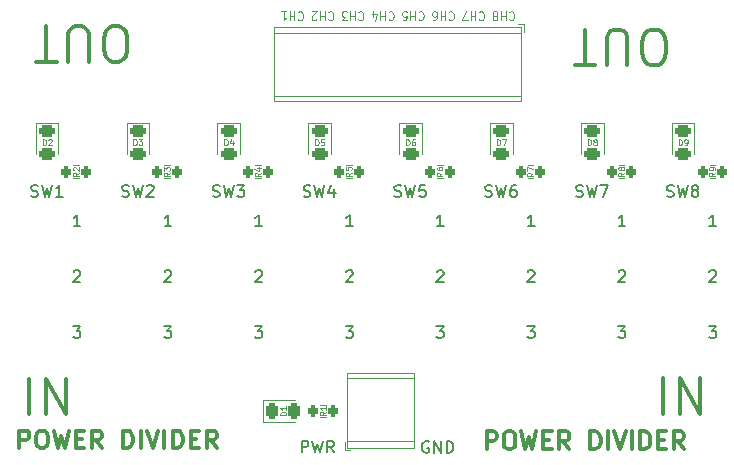
<source format=gto>
G04 #@! TF.GenerationSoftware,KiCad,Pcbnew,(6.0.7)*
G04 #@! TF.CreationDate,2023-06-27T12:53:43-07:00*
G04 #@! TF.ProjectId,Power Supply Board Ground Systems,506f7765-7220-4537-9570-706c7920426f,rev?*
G04 #@! TF.SameCoordinates,Original*
G04 #@! TF.FileFunction,Legend,Top*
G04 #@! TF.FilePolarity,Positive*
%FSLAX46Y46*%
G04 Gerber Fmt 4.6, Leading zero omitted, Abs format (unit mm)*
G04 Created by KiCad (PCBNEW (6.0.7)) date 2023-06-27 12:53:43*
%MOMM*%
%LPD*%
G01*
G04 APERTURE LIST*
G04 Aperture macros list*
%AMRoundRect*
0 Rectangle with rounded corners*
0 $1 Rounding radius*
0 $2 $3 $4 $5 $6 $7 $8 $9 X,Y pos of 4 corners*
0 Add a 4 corners polygon primitive as box body*
4,1,4,$2,$3,$4,$5,$6,$7,$8,$9,$2,$3,0*
0 Add four circle primitives for the rounded corners*
1,1,$1+$1,$2,$3*
1,1,$1+$1,$4,$5*
1,1,$1+$1,$6,$7*
1,1,$1+$1,$8,$9*
0 Add four rect primitives between the rounded corners*
20,1,$1+$1,$2,$3,$4,$5,0*
20,1,$1+$1,$4,$5,$6,$7,0*
20,1,$1+$1,$6,$7,$8,$9,0*
20,1,$1+$1,$8,$9,$2,$3,0*%
G04 Aperture macros list end*
%ADD10C,0.100000*%
%ADD11C,0.300000*%
%ADD12C,0.150000*%
%ADD13C,0.125000*%
%ADD14C,0.120000*%
%ADD15R,3.000000X3.000000*%
%ADD16RoundRect,0.243750X-0.456250X0.243750X-0.456250X-0.243750X0.456250X-0.243750X0.456250X0.243750X0*%
%ADD17RoundRect,0.200000X-0.200000X-0.275000X0.200000X-0.275000X0.200000X0.275000X-0.200000X0.275000X0*%
%ADD18C,3.600000*%
%ADD19C,6.400000*%
%ADD20R,2.200000X2.200000*%
%ADD21C,2.200000*%
%ADD22RoundRect,0.243750X-0.243750X-0.456250X0.243750X-0.456250X0.243750X0.456250X-0.243750X0.456250X0*%
G04 APERTURE END LIST*
D10*
X60658333Y-25807142D02*
X60691666Y-25771428D01*
X60791666Y-25735714D01*
X60858333Y-25735714D01*
X60958333Y-25771428D01*
X61025000Y-25842857D01*
X61058333Y-25914285D01*
X61091666Y-26057142D01*
X61091666Y-26164285D01*
X61058333Y-26307142D01*
X61025000Y-26378571D01*
X60958333Y-26450000D01*
X60858333Y-26485714D01*
X60791666Y-26485714D01*
X60691666Y-26450000D01*
X60658333Y-26414285D01*
X60358333Y-25735714D02*
X60358333Y-26485714D01*
X60358333Y-26128571D02*
X59958333Y-26128571D01*
X59958333Y-25735714D02*
X59958333Y-26485714D01*
X59658333Y-26414285D02*
X59625000Y-26450000D01*
X59558333Y-26485714D01*
X59391666Y-26485714D01*
X59325000Y-26450000D01*
X59291666Y-26414285D01*
X59258333Y-26342857D01*
X59258333Y-26271428D01*
X59291666Y-26164285D01*
X59691666Y-25735714D01*
X59258333Y-25735714D01*
X58104762Y-25807142D02*
X58138095Y-25771428D01*
X58238095Y-25735714D01*
X58304762Y-25735714D01*
X58404762Y-25771428D01*
X58471429Y-25842857D01*
X58504762Y-25914285D01*
X58538095Y-26057142D01*
X58538095Y-26164285D01*
X58504762Y-26307142D01*
X58471429Y-26378571D01*
X58404762Y-26450000D01*
X58304762Y-26485714D01*
X58238095Y-26485714D01*
X58138095Y-26450000D01*
X58104762Y-26414285D01*
X57804762Y-25735714D02*
X57804762Y-26485714D01*
X57804762Y-26128571D02*
X57404762Y-26128571D01*
X57404762Y-25735714D02*
X57404762Y-26485714D01*
X56704762Y-25735714D02*
X57104762Y-25735714D01*
X56904762Y-25735714D02*
X56904762Y-26485714D01*
X56971429Y-26378571D01*
X57038095Y-26307142D01*
X57104762Y-26271428D01*
X65765475Y-25807142D02*
X65798808Y-25771428D01*
X65898808Y-25735714D01*
X65965475Y-25735714D01*
X66065475Y-25771428D01*
X66132142Y-25842857D01*
X66165475Y-25914285D01*
X66198808Y-26057142D01*
X66198808Y-26164285D01*
X66165475Y-26307142D01*
X66132142Y-26378571D01*
X66065475Y-26450000D01*
X65965475Y-26485714D01*
X65898808Y-26485714D01*
X65798808Y-26450000D01*
X65765475Y-26414285D01*
X65465475Y-25735714D02*
X65465475Y-26485714D01*
X65465475Y-26128571D02*
X65065475Y-26128571D01*
X65065475Y-25735714D02*
X65065475Y-26485714D01*
X64432142Y-26235714D02*
X64432142Y-25735714D01*
X64598808Y-26521428D02*
X64765475Y-25985714D01*
X64332142Y-25985714D01*
X63211904Y-25807142D02*
X63245237Y-25771428D01*
X63345237Y-25735714D01*
X63411904Y-25735714D01*
X63511904Y-25771428D01*
X63578571Y-25842857D01*
X63611904Y-25914285D01*
X63645237Y-26057142D01*
X63645237Y-26164285D01*
X63611904Y-26307142D01*
X63578571Y-26378571D01*
X63511904Y-26450000D01*
X63411904Y-26485714D01*
X63345237Y-26485714D01*
X63245237Y-26450000D01*
X63211904Y-26414285D01*
X62911904Y-25735714D02*
X62911904Y-26485714D01*
X62911904Y-26128571D02*
X62511904Y-26128571D01*
X62511904Y-25735714D02*
X62511904Y-26485714D01*
X62245237Y-26485714D02*
X61811904Y-26485714D01*
X62045237Y-26200000D01*
X61945237Y-26200000D01*
X61878571Y-26164285D01*
X61845237Y-26128571D01*
X61811904Y-26057142D01*
X61811904Y-25878571D01*
X61845237Y-25807142D01*
X61878571Y-25771428D01*
X61945237Y-25735714D01*
X62145237Y-25735714D01*
X62211904Y-25771428D01*
X62245237Y-25807142D01*
X70872617Y-25807142D02*
X70905950Y-25771428D01*
X71005950Y-25735714D01*
X71072617Y-25735714D01*
X71172617Y-25771428D01*
X71239284Y-25842857D01*
X71272617Y-25914285D01*
X71305950Y-26057142D01*
X71305950Y-26164285D01*
X71272617Y-26307142D01*
X71239284Y-26378571D01*
X71172617Y-26450000D01*
X71072617Y-26485714D01*
X71005950Y-26485714D01*
X70905950Y-26450000D01*
X70872617Y-26414285D01*
X70572617Y-25735714D02*
X70572617Y-26485714D01*
X70572617Y-26128571D02*
X70172617Y-26128571D01*
X70172617Y-25735714D02*
X70172617Y-26485714D01*
X69539284Y-26485714D02*
X69672617Y-26485714D01*
X69739284Y-26450000D01*
X69772617Y-26414285D01*
X69839284Y-26307142D01*
X69872617Y-26164285D01*
X69872617Y-25878571D01*
X69839284Y-25807142D01*
X69805950Y-25771428D01*
X69739284Y-25735714D01*
X69605950Y-25735714D01*
X69539284Y-25771428D01*
X69505950Y-25807142D01*
X69472617Y-25878571D01*
X69472617Y-26057142D01*
X69505950Y-26128571D01*
X69539284Y-26164285D01*
X69605950Y-26200000D01*
X69739284Y-26200000D01*
X69805950Y-26164285D01*
X69839284Y-26128571D01*
X69872617Y-26057142D01*
X68319046Y-25807142D02*
X68352379Y-25771428D01*
X68452379Y-25735714D01*
X68519046Y-25735714D01*
X68619046Y-25771428D01*
X68685713Y-25842857D01*
X68719046Y-25914285D01*
X68752379Y-26057142D01*
X68752379Y-26164285D01*
X68719046Y-26307142D01*
X68685713Y-26378571D01*
X68619046Y-26450000D01*
X68519046Y-26485714D01*
X68452379Y-26485714D01*
X68352379Y-26450000D01*
X68319046Y-26414285D01*
X68019046Y-25735714D02*
X68019046Y-26485714D01*
X68019046Y-26128571D02*
X67619046Y-26128571D01*
X67619046Y-25735714D02*
X67619046Y-26485714D01*
X66952379Y-26485714D02*
X67285713Y-26485714D01*
X67319046Y-26128571D01*
X67285713Y-26164285D01*
X67219046Y-26200000D01*
X67052379Y-26200000D01*
X66985713Y-26164285D01*
X66952379Y-26128571D01*
X66919046Y-26057142D01*
X66919046Y-25878571D01*
X66952379Y-25807142D01*
X66985713Y-25771428D01*
X67052379Y-25735714D01*
X67219046Y-25735714D01*
X67285713Y-25771428D01*
X67319046Y-25807142D01*
X73426188Y-25807142D02*
X73459521Y-25771428D01*
X73559521Y-25735714D01*
X73626188Y-25735714D01*
X73726188Y-25771428D01*
X73792855Y-25842857D01*
X73826188Y-25914285D01*
X73859521Y-26057142D01*
X73859521Y-26164285D01*
X73826188Y-26307142D01*
X73792855Y-26378571D01*
X73726188Y-26450000D01*
X73626188Y-26485714D01*
X73559521Y-26485714D01*
X73459521Y-26450000D01*
X73426188Y-26414285D01*
X73126188Y-25735714D02*
X73126188Y-26485714D01*
X73126188Y-26128571D02*
X72726188Y-26128571D01*
X72726188Y-25735714D02*
X72726188Y-26485714D01*
X72459521Y-26485714D02*
X71992855Y-26485714D01*
X72292855Y-25735714D01*
D11*
X74078571Y-62803571D02*
X74078571Y-61303571D01*
X74650000Y-61303571D01*
X74792857Y-61375000D01*
X74864285Y-61446428D01*
X74935714Y-61589285D01*
X74935714Y-61803571D01*
X74864285Y-61946428D01*
X74792857Y-62017857D01*
X74650000Y-62089285D01*
X74078571Y-62089285D01*
X75864285Y-61303571D02*
X76150000Y-61303571D01*
X76292857Y-61375000D01*
X76435714Y-61517857D01*
X76507142Y-61803571D01*
X76507142Y-62303571D01*
X76435714Y-62589285D01*
X76292857Y-62732142D01*
X76150000Y-62803571D01*
X75864285Y-62803571D01*
X75721428Y-62732142D01*
X75578571Y-62589285D01*
X75507142Y-62303571D01*
X75507142Y-61803571D01*
X75578571Y-61517857D01*
X75721428Y-61375000D01*
X75864285Y-61303571D01*
X77007142Y-61303571D02*
X77364285Y-62803571D01*
X77650000Y-61732142D01*
X77935714Y-62803571D01*
X78292857Y-61303571D01*
X78864285Y-62017857D02*
X79364285Y-62017857D01*
X79578571Y-62803571D02*
X78864285Y-62803571D01*
X78864285Y-61303571D01*
X79578571Y-61303571D01*
X81078571Y-62803571D02*
X80578571Y-62089285D01*
X80221428Y-62803571D02*
X80221428Y-61303571D01*
X80792857Y-61303571D01*
X80935714Y-61375000D01*
X81007142Y-61446428D01*
X81078571Y-61589285D01*
X81078571Y-61803571D01*
X81007142Y-61946428D01*
X80935714Y-62017857D01*
X80792857Y-62089285D01*
X80221428Y-62089285D01*
X82864285Y-62803571D02*
X82864285Y-61303571D01*
X83221428Y-61303571D01*
X83435714Y-61375000D01*
X83578571Y-61517857D01*
X83650000Y-61660714D01*
X83721428Y-61946428D01*
X83721428Y-62160714D01*
X83650000Y-62446428D01*
X83578571Y-62589285D01*
X83435714Y-62732142D01*
X83221428Y-62803571D01*
X82864285Y-62803571D01*
X84364285Y-62803571D02*
X84364285Y-61303571D01*
X84864285Y-61303571D02*
X85364285Y-62803571D01*
X85864285Y-61303571D01*
X86364285Y-62803571D02*
X86364285Y-61303571D01*
X87078571Y-62803571D02*
X87078571Y-61303571D01*
X87435714Y-61303571D01*
X87650000Y-61375000D01*
X87792857Y-61517857D01*
X87864285Y-61660714D01*
X87935714Y-61946428D01*
X87935714Y-62160714D01*
X87864285Y-62446428D01*
X87792857Y-62589285D01*
X87650000Y-62732142D01*
X87435714Y-62803571D01*
X87078571Y-62803571D01*
X88578571Y-62017857D02*
X89078571Y-62017857D01*
X89292857Y-62803571D02*
X88578571Y-62803571D01*
X88578571Y-61303571D01*
X89292857Y-61303571D01*
X90792857Y-62803571D02*
X90292857Y-62089285D01*
X89935714Y-62803571D02*
X89935714Y-61303571D01*
X90507142Y-61303571D01*
X90650000Y-61375000D01*
X90721428Y-61446428D01*
X90792857Y-61589285D01*
X90792857Y-61803571D01*
X90721428Y-61946428D01*
X90650000Y-62017857D01*
X90507142Y-62089285D01*
X89935714Y-62089285D01*
X34503571Y-62728571D02*
X34503571Y-61228571D01*
X35074999Y-61228571D01*
X35217857Y-61300000D01*
X35289285Y-61371428D01*
X35360714Y-61514285D01*
X35360714Y-61728571D01*
X35289285Y-61871428D01*
X35217857Y-61942857D01*
X35074999Y-62014285D01*
X34503571Y-62014285D01*
X36289285Y-61228571D02*
X36574999Y-61228571D01*
X36717857Y-61300000D01*
X36860714Y-61442857D01*
X36932142Y-61728571D01*
X36932142Y-62228571D01*
X36860714Y-62514285D01*
X36717857Y-62657142D01*
X36574999Y-62728571D01*
X36289285Y-62728571D01*
X36146428Y-62657142D01*
X36003571Y-62514285D01*
X35932142Y-62228571D01*
X35932142Y-61728571D01*
X36003571Y-61442857D01*
X36146428Y-61300000D01*
X36289285Y-61228571D01*
X37432142Y-61228571D02*
X37789285Y-62728571D01*
X38074999Y-61657142D01*
X38360714Y-62728571D01*
X38717857Y-61228571D01*
X39289285Y-61942857D02*
X39789285Y-61942857D01*
X40003571Y-62728571D02*
X39289285Y-62728571D01*
X39289285Y-61228571D01*
X40003571Y-61228571D01*
X41503571Y-62728571D02*
X41003571Y-62014285D01*
X40646428Y-62728571D02*
X40646428Y-61228571D01*
X41217857Y-61228571D01*
X41360714Y-61300000D01*
X41432142Y-61371428D01*
X41503571Y-61514285D01*
X41503571Y-61728571D01*
X41432142Y-61871428D01*
X41360714Y-61942857D01*
X41217857Y-62014285D01*
X40646428Y-62014285D01*
X43289285Y-62728571D02*
X43289285Y-61228571D01*
X43646428Y-61228571D01*
X43860714Y-61300000D01*
X44003571Y-61442857D01*
X44075000Y-61585714D01*
X44146428Y-61871428D01*
X44146428Y-62085714D01*
X44075000Y-62371428D01*
X44003571Y-62514285D01*
X43860714Y-62657142D01*
X43646428Y-62728571D01*
X43289285Y-62728571D01*
X44789285Y-62728571D02*
X44789285Y-61228571D01*
X45289285Y-61228571D02*
X45789285Y-62728571D01*
X46289285Y-61228571D01*
X46789285Y-62728571D02*
X46789285Y-61228571D01*
X47503571Y-62728571D02*
X47503571Y-61228571D01*
X47860714Y-61228571D01*
X48075000Y-61300000D01*
X48217857Y-61442857D01*
X48289285Y-61585714D01*
X48360714Y-61871428D01*
X48360714Y-62085714D01*
X48289285Y-62371428D01*
X48217857Y-62514285D01*
X48075000Y-62657142D01*
X47860714Y-62728571D01*
X47503571Y-62728571D01*
X49003571Y-61942857D02*
X49503571Y-61942857D01*
X49717857Y-62728571D02*
X49003571Y-62728571D01*
X49003571Y-61228571D01*
X49717857Y-61228571D01*
X51217857Y-62728571D02*
X50717857Y-62014285D01*
X50360714Y-62728571D02*
X50360714Y-61228571D01*
X50932142Y-61228571D01*
X51075000Y-61300000D01*
X51146428Y-61371428D01*
X51217857Y-61514285D01*
X51217857Y-61728571D01*
X51146428Y-61871428D01*
X51075000Y-61942857D01*
X50932142Y-62014285D01*
X50360714Y-62014285D01*
D12*
X58416666Y-63077380D02*
X58416666Y-62077380D01*
X58797619Y-62077380D01*
X58892857Y-62125000D01*
X58940476Y-62172619D01*
X58988095Y-62267857D01*
X58988095Y-62410714D01*
X58940476Y-62505952D01*
X58892857Y-62553571D01*
X58797619Y-62601190D01*
X58416666Y-62601190D01*
X59321428Y-62077380D02*
X59559523Y-63077380D01*
X59750000Y-62363095D01*
X59940476Y-63077380D01*
X60178571Y-62077380D01*
X61130952Y-63077380D02*
X60797619Y-62601190D01*
X60559523Y-63077380D02*
X60559523Y-62077380D01*
X60940476Y-62077380D01*
X61035714Y-62125000D01*
X61083333Y-62172619D01*
X61130952Y-62267857D01*
X61130952Y-62410714D01*
X61083333Y-62505952D01*
X61035714Y-62553571D01*
X60940476Y-62601190D01*
X60559523Y-62601190D01*
X69163095Y-62175000D02*
X69067857Y-62127380D01*
X68925000Y-62127380D01*
X68782142Y-62175000D01*
X68686904Y-62270238D01*
X68639285Y-62365476D01*
X68591666Y-62555952D01*
X68591666Y-62698809D01*
X68639285Y-62889285D01*
X68686904Y-62984523D01*
X68782142Y-63079761D01*
X68925000Y-63127380D01*
X69020238Y-63127380D01*
X69163095Y-63079761D01*
X69210714Y-63032142D01*
X69210714Y-62698809D01*
X69020238Y-62698809D01*
X69639285Y-63127380D02*
X69639285Y-62127380D01*
X70210714Y-63127380D01*
X70210714Y-62127380D01*
X70686904Y-63127380D02*
X70686904Y-62127380D01*
X70925000Y-62127380D01*
X71067857Y-62175000D01*
X71163095Y-62270238D01*
X71210714Y-62365476D01*
X71258333Y-62555952D01*
X71258333Y-62698809D01*
X71210714Y-62889285D01*
X71163095Y-62984523D01*
X71067857Y-63079761D01*
X70925000Y-63127380D01*
X70686904Y-63127380D01*
D11*
X88550000Y-30292857D02*
X87978571Y-30292857D01*
X87692857Y-30150000D01*
X87407142Y-29864285D01*
X87264285Y-29292857D01*
X87264285Y-28292857D01*
X87407142Y-27721428D01*
X87692857Y-27435714D01*
X87978571Y-27292857D01*
X88550000Y-27292857D01*
X88835714Y-27435714D01*
X89121428Y-27721428D01*
X89264285Y-28292857D01*
X89264285Y-29292857D01*
X89121428Y-29864285D01*
X88835714Y-30150000D01*
X88550000Y-30292857D01*
X85978571Y-30292857D02*
X85978571Y-27864285D01*
X85835714Y-27578571D01*
X85692857Y-27435714D01*
X85407142Y-27292857D01*
X84835714Y-27292857D01*
X84550000Y-27435714D01*
X84407142Y-27578571D01*
X84264285Y-27864285D01*
X84264285Y-30292857D01*
X83264285Y-30292857D02*
X81550000Y-30292857D01*
X82407142Y-27292857D02*
X82407142Y-30292857D01*
X89028571Y-59782142D02*
X89028571Y-56782142D01*
X90457142Y-59782142D02*
X90457142Y-56782142D01*
X92171428Y-59782142D01*
X92171428Y-56782142D01*
X35303571Y-59857142D02*
X35303571Y-56857142D01*
X36732142Y-59857142D02*
X36732142Y-56857142D01*
X38446428Y-59857142D01*
X38446428Y-56857142D01*
D10*
X75979762Y-25807142D02*
X76013095Y-25771428D01*
X76113095Y-25735714D01*
X76179762Y-25735714D01*
X76279762Y-25771428D01*
X76346429Y-25842857D01*
X76379762Y-25914285D01*
X76413095Y-26057142D01*
X76413095Y-26164285D01*
X76379762Y-26307142D01*
X76346429Y-26378571D01*
X76279762Y-26450000D01*
X76179762Y-26485714D01*
X76113095Y-26485714D01*
X76013095Y-26450000D01*
X75979762Y-26414285D01*
X75679762Y-25735714D02*
X75679762Y-26485714D01*
X75679762Y-26128571D02*
X75279762Y-26128571D01*
X75279762Y-25735714D02*
X75279762Y-26485714D01*
X74846429Y-26164285D02*
X74913095Y-26200000D01*
X74946429Y-26235714D01*
X74979762Y-26307142D01*
X74979762Y-26342857D01*
X74946429Y-26414285D01*
X74913095Y-26450000D01*
X74846429Y-26485714D01*
X74713095Y-26485714D01*
X74646429Y-26450000D01*
X74613095Y-26414285D01*
X74579762Y-26342857D01*
X74579762Y-26307142D01*
X74613095Y-26235714D01*
X74646429Y-26200000D01*
X74713095Y-26164285D01*
X74846429Y-26164285D01*
X74913095Y-26128571D01*
X74946429Y-26092857D01*
X74979762Y-26021428D01*
X74979762Y-25878571D01*
X74946429Y-25807142D01*
X74913095Y-25771428D01*
X74846429Y-25735714D01*
X74713095Y-25735714D01*
X74646429Y-25771428D01*
X74613095Y-25807142D01*
X74579762Y-25878571D01*
X74579762Y-26021428D01*
X74613095Y-26092857D01*
X74646429Y-26128571D01*
X74713095Y-26164285D01*
D11*
X42950000Y-29992857D02*
X42378571Y-29992857D01*
X42092857Y-29850000D01*
X41807142Y-29564285D01*
X41664285Y-28992857D01*
X41664285Y-27992857D01*
X41807142Y-27421428D01*
X42092857Y-27135714D01*
X42378571Y-26992857D01*
X42950000Y-26992857D01*
X43235714Y-27135714D01*
X43521428Y-27421428D01*
X43664285Y-27992857D01*
X43664285Y-28992857D01*
X43521428Y-29564285D01*
X43235714Y-29850000D01*
X42950000Y-29992857D01*
X40378571Y-29992857D02*
X40378571Y-27564285D01*
X40235714Y-27278571D01*
X40092857Y-27135714D01*
X39807142Y-26992857D01*
X39235714Y-26992857D01*
X38950000Y-27135714D01*
X38807142Y-27278571D01*
X38664285Y-27564285D01*
X38664285Y-29992857D01*
X37664285Y-29992857D02*
X35950000Y-29992857D01*
X36807142Y-26992857D02*
X36807142Y-29992857D01*
D12*
X43203008Y-41394761D02*
X43345865Y-41442380D01*
X43583961Y-41442380D01*
X43679199Y-41394761D01*
X43726818Y-41347142D01*
X43774437Y-41251904D01*
X43774437Y-41156666D01*
X43726818Y-41061428D01*
X43679199Y-41013809D01*
X43583961Y-40966190D01*
X43393484Y-40918571D01*
X43298246Y-40870952D01*
X43250627Y-40823333D01*
X43203008Y-40728095D01*
X43203008Y-40632857D01*
X43250627Y-40537619D01*
X43298246Y-40490000D01*
X43393484Y-40442380D01*
X43631580Y-40442380D01*
X43774437Y-40490000D01*
X44107770Y-40442380D02*
X44345865Y-41442380D01*
X44536342Y-40728095D01*
X44726818Y-41442380D01*
X44964913Y-40442380D01*
X45298246Y-40537619D02*
X45345865Y-40490000D01*
X45441103Y-40442380D01*
X45679199Y-40442380D01*
X45774437Y-40490000D01*
X45822056Y-40537619D01*
X45869675Y-40632857D01*
X45869675Y-40728095D01*
X45822056Y-40870952D01*
X45250627Y-41442380D01*
X45869675Y-41442380D01*
X47372056Y-43942380D02*
X46800627Y-43942380D01*
X47086342Y-43942380D02*
X47086342Y-42942380D01*
X46991103Y-43085238D01*
X46895865Y-43180476D01*
X46800627Y-43228095D01*
X46800627Y-47762619D02*
X46848246Y-47715000D01*
X46943484Y-47667380D01*
X47181580Y-47667380D01*
X47276818Y-47715000D01*
X47324437Y-47762619D01*
X47372056Y-47857857D01*
X47372056Y-47953095D01*
X47324437Y-48095952D01*
X46753008Y-48667380D01*
X47372056Y-48667380D01*
X46753008Y-52392380D02*
X47372056Y-52392380D01*
X47038722Y-52773333D01*
X47181580Y-52773333D01*
X47276818Y-52820952D01*
X47324437Y-52868571D01*
X47372056Y-52963809D01*
X47372056Y-53201904D01*
X47324437Y-53297142D01*
X47276818Y-53344761D01*
X47181580Y-53392380D01*
X46895865Y-53392380D01*
X46800627Y-53344761D01*
X46753008Y-53297142D01*
X73958776Y-41394761D02*
X74101633Y-41442380D01*
X74339729Y-41442380D01*
X74434967Y-41394761D01*
X74482586Y-41347142D01*
X74530205Y-41251904D01*
X74530205Y-41156666D01*
X74482586Y-41061428D01*
X74434967Y-41013809D01*
X74339729Y-40966190D01*
X74149252Y-40918571D01*
X74054014Y-40870952D01*
X74006395Y-40823333D01*
X73958776Y-40728095D01*
X73958776Y-40632857D01*
X74006395Y-40537619D01*
X74054014Y-40490000D01*
X74149252Y-40442380D01*
X74387348Y-40442380D01*
X74530205Y-40490000D01*
X74863538Y-40442380D02*
X75101633Y-41442380D01*
X75292110Y-40728095D01*
X75482586Y-41442380D01*
X75720681Y-40442380D01*
X76530205Y-40442380D02*
X76339729Y-40442380D01*
X76244490Y-40490000D01*
X76196871Y-40537619D01*
X76101633Y-40680476D01*
X76054014Y-40870952D01*
X76054014Y-41251904D01*
X76101633Y-41347142D01*
X76149252Y-41394761D01*
X76244490Y-41442380D01*
X76434967Y-41442380D01*
X76530205Y-41394761D01*
X76577824Y-41347142D01*
X76625443Y-41251904D01*
X76625443Y-41013809D01*
X76577824Y-40918571D01*
X76530205Y-40870952D01*
X76434967Y-40823333D01*
X76244490Y-40823333D01*
X76149252Y-40870952D01*
X76101633Y-40918571D01*
X76054014Y-41013809D01*
X77508776Y-52392380D02*
X78127824Y-52392380D01*
X77794490Y-52773333D01*
X77937348Y-52773333D01*
X78032586Y-52820952D01*
X78080205Y-52868571D01*
X78127824Y-52963809D01*
X78127824Y-53201904D01*
X78080205Y-53297142D01*
X78032586Y-53344761D01*
X77937348Y-53392380D01*
X77651633Y-53392380D01*
X77556395Y-53344761D01*
X77508776Y-53297142D01*
X78127824Y-43942380D02*
X77556395Y-43942380D01*
X77842110Y-43942380D02*
X77842110Y-42942380D01*
X77746871Y-43085238D01*
X77651633Y-43180476D01*
X77556395Y-43228095D01*
X77556395Y-47762619D02*
X77604014Y-47715000D01*
X77699252Y-47667380D01*
X77937348Y-47667380D01*
X78032586Y-47715000D01*
X78080205Y-47762619D01*
X78127824Y-47857857D01*
X78127824Y-47953095D01*
X78080205Y-48095952D01*
X77508776Y-48667380D01*
X78127824Y-48667380D01*
D10*
X59566949Y-37062390D02*
X59566949Y-36562390D01*
X59685997Y-36562390D01*
X59757425Y-36586200D01*
X59805044Y-36633819D01*
X59828854Y-36681438D01*
X59852663Y-36776676D01*
X59852663Y-36848104D01*
X59828854Y-36943342D01*
X59805044Y-36990961D01*
X59757425Y-37038580D01*
X59685997Y-37062390D01*
X59566949Y-37062390D01*
X60305044Y-36562390D02*
X60066949Y-36562390D01*
X60043139Y-36800485D01*
X60066949Y-36776676D01*
X60114568Y-36752866D01*
X60233616Y-36752866D01*
X60281235Y-36776676D01*
X60305044Y-36800485D01*
X60328854Y-36848104D01*
X60328854Y-36967152D01*
X60305044Y-37014771D01*
X60281235Y-37038580D01*
X60233616Y-37062390D01*
X60114568Y-37062390D01*
X60066949Y-37038580D01*
X60043139Y-37014771D01*
X93418474Y-39383333D02*
X93180379Y-39550000D01*
X93418474Y-39669047D02*
X92918474Y-39669047D01*
X92918474Y-39478571D01*
X92942284Y-39430952D01*
X92966093Y-39407142D01*
X93013712Y-39383333D01*
X93085141Y-39383333D01*
X93132760Y-39407142D01*
X93156569Y-39430952D01*
X93180379Y-39478571D01*
X93180379Y-39669047D01*
X93418474Y-39145238D02*
X93418474Y-39050000D01*
X93394664Y-39002380D01*
X93370855Y-38978571D01*
X93299426Y-38930952D01*
X93204188Y-38907142D01*
X93013712Y-38907142D01*
X92966093Y-38930952D01*
X92942284Y-38954761D01*
X92918474Y-39002380D01*
X92918474Y-39097619D01*
X92942284Y-39145238D01*
X92966093Y-39169047D01*
X93013712Y-39192857D01*
X93132760Y-39192857D01*
X93180379Y-39169047D01*
X93204188Y-39145238D01*
X93227998Y-39097619D01*
X93227998Y-39002380D01*
X93204188Y-38954761D01*
X93180379Y-38930952D01*
X93132760Y-38907142D01*
D12*
X50891950Y-41394761D02*
X51034807Y-41442380D01*
X51272903Y-41442380D01*
X51368141Y-41394761D01*
X51415760Y-41347142D01*
X51463379Y-41251904D01*
X51463379Y-41156666D01*
X51415760Y-41061428D01*
X51368141Y-41013809D01*
X51272903Y-40966190D01*
X51082426Y-40918571D01*
X50987188Y-40870952D01*
X50939569Y-40823333D01*
X50891950Y-40728095D01*
X50891950Y-40632857D01*
X50939569Y-40537619D01*
X50987188Y-40490000D01*
X51082426Y-40442380D01*
X51320522Y-40442380D01*
X51463379Y-40490000D01*
X51796712Y-40442380D02*
X52034807Y-41442380D01*
X52225284Y-40728095D01*
X52415760Y-41442380D01*
X52653855Y-40442380D01*
X52939569Y-40442380D02*
X53558617Y-40442380D01*
X53225284Y-40823333D01*
X53368141Y-40823333D01*
X53463379Y-40870952D01*
X53510998Y-40918571D01*
X53558617Y-41013809D01*
X53558617Y-41251904D01*
X53510998Y-41347142D01*
X53463379Y-41394761D01*
X53368141Y-41442380D01*
X53082426Y-41442380D01*
X52987188Y-41394761D01*
X52939569Y-41347142D01*
X54441950Y-52392380D02*
X55060998Y-52392380D01*
X54727664Y-52773333D01*
X54870522Y-52773333D01*
X54965760Y-52820952D01*
X55013379Y-52868571D01*
X55060998Y-52963809D01*
X55060998Y-53201904D01*
X55013379Y-53297142D01*
X54965760Y-53344761D01*
X54870522Y-53392380D01*
X54584807Y-53392380D01*
X54489569Y-53344761D01*
X54441950Y-53297142D01*
X55060998Y-43942380D02*
X54489569Y-43942380D01*
X54775284Y-43942380D02*
X54775284Y-42942380D01*
X54680045Y-43085238D01*
X54584807Y-43180476D01*
X54489569Y-43228095D01*
X54489569Y-47762619D02*
X54537188Y-47715000D01*
X54632426Y-47667380D01*
X54870522Y-47667380D01*
X54965760Y-47715000D01*
X55013379Y-47762619D01*
X55060998Y-47857857D01*
X55060998Y-47953095D01*
X55013379Y-48095952D01*
X54441950Y-48667380D01*
X55060998Y-48667380D01*
D10*
X82638262Y-37062390D02*
X82638262Y-36562390D01*
X82757310Y-36562390D01*
X82828738Y-36586200D01*
X82876357Y-36633819D01*
X82900167Y-36681438D01*
X82923976Y-36776676D01*
X82923976Y-36848104D01*
X82900167Y-36943342D01*
X82876357Y-36990961D01*
X82828738Y-37038580D01*
X82757310Y-37062390D01*
X82638262Y-37062390D01*
X83209690Y-36776676D02*
X83162071Y-36752866D01*
X83138262Y-36729057D01*
X83114452Y-36681438D01*
X83114452Y-36657628D01*
X83138262Y-36610009D01*
X83162071Y-36586200D01*
X83209690Y-36562390D01*
X83304929Y-36562390D01*
X83352548Y-36586200D01*
X83376357Y-36610009D01*
X83400167Y-36657628D01*
X83400167Y-36681438D01*
X83376357Y-36729057D01*
X83352548Y-36752866D01*
X83304929Y-36776676D01*
X83209690Y-36776676D01*
X83162071Y-36800485D01*
X83138262Y-36824295D01*
X83114452Y-36871914D01*
X83114452Y-36967152D01*
X83138262Y-37014771D01*
X83162071Y-37038580D01*
X83209690Y-37062390D01*
X83304929Y-37062390D01*
X83352548Y-37038580D01*
X83376357Y-37014771D01*
X83400167Y-36967152D01*
X83400167Y-36871914D01*
X83376357Y-36824295D01*
X83352548Y-36800485D01*
X83304929Y-36776676D01*
D12*
X35514066Y-41394761D02*
X35656923Y-41442380D01*
X35895019Y-41442380D01*
X35990257Y-41394761D01*
X36037876Y-41347142D01*
X36085495Y-41251904D01*
X36085495Y-41156666D01*
X36037876Y-41061428D01*
X35990257Y-41013809D01*
X35895019Y-40966190D01*
X35704542Y-40918571D01*
X35609304Y-40870952D01*
X35561685Y-40823333D01*
X35514066Y-40728095D01*
X35514066Y-40632857D01*
X35561685Y-40537619D01*
X35609304Y-40490000D01*
X35704542Y-40442380D01*
X35942638Y-40442380D01*
X36085495Y-40490000D01*
X36418828Y-40442380D02*
X36656923Y-41442380D01*
X36847400Y-40728095D01*
X37037876Y-41442380D01*
X37275971Y-40442380D01*
X38180733Y-41442380D02*
X37609304Y-41442380D01*
X37895019Y-41442380D02*
X37895019Y-40442380D01*
X37799780Y-40585238D01*
X37704542Y-40680476D01*
X37609304Y-40728095D01*
X39064066Y-52392380D02*
X39683114Y-52392380D01*
X39349780Y-52773333D01*
X39492638Y-52773333D01*
X39587876Y-52820952D01*
X39635495Y-52868571D01*
X39683114Y-52963809D01*
X39683114Y-53201904D01*
X39635495Y-53297142D01*
X39587876Y-53344761D01*
X39492638Y-53392380D01*
X39206923Y-53392380D01*
X39111685Y-53344761D01*
X39064066Y-53297142D01*
X39683114Y-43942380D02*
X39111685Y-43942380D01*
X39397400Y-43942380D02*
X39397400Y-42942380D01*
X39302161Y-43085238D01*
X39206923Y-43180476D01*
X39111685Y-43228095D01*
X39111685Y-47762619D02*
X39159304Y-47715000D01*
X39254542Y-47667380D01*
X39492638Y-47667380D01*
X39587876Y-47715000D01*
X39635495Y-47762619D01*
X39683114Y-47857857D01*
X39683114Y-47953095D01*
X39635495Y-48095952D01*
X39064066Y-48667380D01*
X39683114Y-48667380D01*
D10*
X78026074Y-39387933D02*
X77787979Y-39554600D01*
X78026074Y-39673647D02*
X77526074Y-39673647D01*
X77526074Y-39483171D01*
X77549884Y-39435552D01*
X77573693Y-39411742D01*
X77621312Y-39387933D01*
X77692741Y-39387933D01*
X77740360Y-39411742D01*
X77764169Y-39435552D01*
X77787979Y-39483171D01*
X77787979Y-39673647D01*
X77526074Y-39221266D02*
X77526074Y-38887933D01*
X78026074Y-39102219D01*
X62636874Y-39378333D02*
X62398779Y-39545000D01*
X62636874Y-39664047D02*
X62136874Y-39664047D01*
X62136874Y-39473571D01*
X62160684Y-39425952D01*
X62184493Y-39402142D01*
X62232112Y-39378333D01*
X62303541Y-39378333D01*
X62351160Y-39402142D01*
X62374969Y-39425952D01*
X62398779Y-39473571D01*
X62398779Y-39664047D01*
X62136874Y-38925952D02*
X62136874Y-39164047D01*
X62374969Y-39187857D01*
X62351160Y-39164047D01*
X62327350Y-39116428D01*
X62327350Y-38997380D01*
X62351160Y-38949761D01*
X62374969Y-38925952D01*
X62422588Y-38902142D01*
X62541636Y-38902142D01*
X62589255Y-38925952D01*
X62613064Y-38949761D01*
X62636874Y-38997380D01*
X62636874Y-39116428D01*
X62613064Y-39164047D01*
X62589255Y-39187857D01*
X47264474Y-39393333D02*
X47026379Y-39560000D01*
X47264474Y-39679047D02*
X46764474Y-39679047D01*
X46764474Y-39488571D01*
X46788284Y-39440952D01*
X46812093Y-39417142D01*
X46859712Y-39393333D01*
X46931141Y-39393333D01*
X46978760Y-39417142D01*
X47002569Y-39440952D01*
X47026379Y-39488571D01*
X47026379Y-39679047D01*
X46764474Y-39226666D02*
X46764474Y-38917142D01*
X46954950Y-39083809D01*
X46954950Y-39012380D01*
X46978760Y-38964761D01*
X47002569Y-38940952D01*
X47050188Y-38917142D01*
X47169236Y-38917142D01*
X47216855Y-38940952D01*
X47240664Y-38964761D01*
X47264474Y-39012380D01*
X47264474Y-39155238D01*
X47240664Y-39202857D01*
X47216855Y-39226666D01*
D13*
X44171807Y-37052390D02*
X44171807Y-36552390D01*
X44290855Y-36552390D01*
X44362283Y-36576200D01*
X44409902Y-36623819D01*
X44433712Y-36671438D01*
X44457521Y-36766676D01*
X44457521Y-36838104D01*
X44433712Y-36933342D01*
X44409902Y-36980961D01*
X44362283Y-37028580D01*
X44290855Y-37052390D01*
X44171807Y-37052390D01*
X44624188Y-36552390D02*
X44933712Y-36552390D01*
X44767045Y-36742866D01*
X44838474Y-36742866D01*
X44886093Y-36766676D01*
X44909902Y-36790485D01*
X44933712Y-36838104D01*
X44933712Y-36957152D01*
X44909902Y-37004771D01*
X44886093Y-37028580D01*
X44838474Y-37052390D01*
X44695616Y-37052390D01*
X44647997Y-37028580D01*
X44624188Y-37004771D01*
D10*
X54935674Y-39408733D02*
X54697579Y-39575400D01*
X54935674Y-39694447D02*
X54435674Y-39694447D01*
X54435674Y-39503971D01*
X54459484Y-39456352D01*
X54483293Y-39432542D01*
X54530912Y-39408733D01*
X54602341Y-39408733D01*
X54649960Y-39432542D01*
X54673769Y-39456352D01*
X54697579Y-39503971D01*
X54697579Y-39694447D01*
X54602341Y-38980161D02*
X54935674Y-38980161D01*
X54411864Y-39099209D02*
X54769007Y-39218257D01*
X54769007Y-38908733D01*
X85725474Y-39391333D02*
X85487379Y-39558000D01*
X85725474Y-39677047D02*
X85225474Y-39677047D01*
X85225474Y-39486571D01*
X85249284Y-39438952D01*
X85273093Y-39415142D01*
X85320712Y-39391333D01*
X85392141Y-39391333D01*
X85439760Y-39415142D01*
X85463569Y-39438952D01*
X85487379Y-39486571D01*
X85487379Y-39677047D01*
X85439760Y-39105619D02*
X85415950Y-39153238D01*
X85392141Y-39177047D01*
X85344522Y-39200857D01*
X85320712Y-39200857D01*
X85273093Y-39177047D01*
X85249284Y-39153238D01*
X85225474Y-39105619D01*
X85225474Y-39010380D01*
X85249284Y-38962761D01*
X85273093Y-38938952D01*
X85320712Y-38915142D01*
X85344522Y-38915142D01*
X85392141Y-38938952D01*
X85415950Y-38962761D01*
X85439760Y-39010380D01*
X85439760Y-39105619D01*
X85463569Y-39153238D01*
X85487379Y-39177047D01*
X85534998Y-39200857D01*
X85630236Y-39200857D01*
X85677855Y-39177047D01*
X85701664Y-39153238D01*
X85725474Y-39105619D01*
X85725474Y-39010380D01*
X85701664Y-38962761D01*
X85677855Y-38938952D01*
X85630236Y-38915142D01*
X85534998Y-38915142D01*
X85487379Y-38938952D01*
X85463569Y-38962761D01*
X85439760Y-39010380D01*
X39548274Y-39383333D02*
X39310179Y-39550000D01*
X39548274Y-39669047D02*
X39048274Y-39669047D01*
X39048274Y-39478571D01*
X39072084Y-39430952D01*
X39095893Y-39407142D01*
X39143512Y-39383333D01*
X39214941Y-39383333D01*
X39262560Y-39407142D01*
X39286369Y-39430952D01*
X39310179Y-39478571D01*
X39310179Y-39669047D01*
X39095893Y-39192857D02*
X39072084Y-39169047D01*
X39048274Y-39121428D01*
X39048274Y-39002380D01*
X39072084Y-38954761D01*
X39095893Y-38930952D01*
X39143512Y-38907142D01*
X39191131Y-38907142D01*
X39262560Y-38930952D01*
X39548274Y-39216666D01*
X39548274Y-38907142D01*
X57119940Y-59949048D02*
X56619940Y-59949048D01*
X56619940Y-59830001D01*
X56643750Y-59758572D01*
X56691369Y-59710953D01*
X56738988Y-59687143D01*
X56834226Y-59663334D01*
X56905654Y-59663334D01*
X57000892Y-59687143D01*
X57048511Y-59710953D01*
X57096130Y-59758572D01*
X57119940Y-59830001D01*
X57119940Y-59949048D01*
X57119940Y-59187143D02*
X57119940Y-59472858D01*
X57119940Y-59330001D02*
X56619940Y-59330001D01*
X56691369Y-59377620D01*
X56738988Y-59425239D01*
X56762797Y-59472858D01*
X74945691Y-37068190D02*
X74945691Y-36568190D01*
X75064739Y-36568190D01*
X75136167Y-36592000D01*
X75183786Y-36639619D01*
X75207596Y-36687238D01*
X75231405Y-36782476D01*
X75231405Y-36853904D01*
X75207596Y-36949142D01*
X75183786Y-36996761D01*
X75136167Y-37044380D01*
X75064739Y-37068190D01*
X74945691Y-37068190D01*
X75398072Y-36568190D02*
X75731405Y-36568190D01*
X75517119Y-37068190D01*
D12*
X89336666Y-41394761D02*
X89479523Y-41442380D01*
X89717619Y-41442380D01*
X89812857Y-41394761D01*
X89860476Y-41347142D01*
X89908095Y-41251904D01*
X89908095Y-41156666D01*
X89860476Y-41061428D01*
X89812857Y-41013809D01*
X89717619Y-40966190D01*
X89527142Y-40918571D01*
X89431904Y-40870952D01*
X89384285Y-40823333D01*
X89336666Y-40728095D01*
X89336666Y-40632857D01*
X89384285Y-40537619D01*
X89431904Y-40490000D01*
X89527142Y-40442380D01*
X89765238Y-40442380D01*
X89908095Y-40490000D01*
X90241428Y-40442380D02*
X90479523Y-41442380D01*
X90670000Y-40728095D01*
X90860476Y-41442380D01*
X91098571Y-40442380D01*
X91622380Y-40870952D02*
X91527142Y-40823333D01*
X91479523Y-40775714D01*
X91431904Y-40680476D01*
X91431904Y-40632857D01*
X91479523Y-40537619D01*
X91527142Y-40490000D01*
X91622380Y-40442380D01*
X91812857Y-40442380D01*
X91908095Y-40490000D01*
X91955714Y-40537619D01*
X92003333Y-40632857D01*
X92003333Y-40680476D01*
X91955714Y-40775714D01*
X91908095Y-40823333D01*
X91812857Y-40870952D01*
X91622380Y-40870952D01*
X91527142Y-40918571D01*
X91479523Y-40966190D01*
X91431904Y-41061428D01*
X91431904Y-41251904D01*
X91479523Y-41347142D01*
X91527142Y-41394761D01*
X91622380Y-41442380D01*
X91812857Y-41442380D01*
X91908095Y-41394761D01*
X91955714Y-41347142D01*
X92003333Y-41251904D01*
X92003333Y-41061428D01*
X91955714Y-40966190D01*
X91908095Y-40918571D01*
X91812857Y-40870952D01*
X92934285Y-47762619D02*
X92981904Y-47715000D01*
X93077142Y-47667380D01*
X93315238Y-47667380D01*
X93410476Y-47715000D01*
X93458095Y-47762619D01*
X93505714Y-47857857D01*
X93505714Y-47953095D01*
X93458095Y-48095952D01*
X92886666Y-48667380D01*
X93505714Y-48667380D01*
X92886666Y-52392380D02*
X93505714Y-52392380D01*
X93172380Y-52773333D01*
X93315238Y-52773333D01*
X93410476Y-52820952D01*
X93458095Y-52868571D01*
X93505714Y-52963809D01*
X93505714Y-53201904D01*
X93458095Y-53297142D01*
X93410476Y-53344761D01*
X93315238Y-53392380D01*
X93029523Y-53392380D01*
X92934285Y-53344761D01*
X92886666Y-53297142D01*
X93505714Y-43942380D02*
X92934285Y-43942380D01*
X93220000Y-43942380D02*
X93220000Y-42942380D01*
X93124761Y-43085238D01*
X93029523Y-43180476D01*
X92934285Y-43228095D01*
D10*
X70333074Y-39383333D02*
X70094979Y-39550000D01*
X70333074Y-39669047D02*
X69833074Y-39669047D01*
X69833074Y-39478571D01*
X69856884Y-39430952D01*
X69880693Y-39407142D01*
X69928312Y-39383333D01*
X69999741Y-39383333D01*
X70047360Y-39407142D01*
X70071169Y-39430952D01*
X70094979Y-39478571D01*
X70094979Y-39669047D01*
X69833074Y-38954761D02*
X69833074Y-39050000D01*
X69856884Y-39097619D01*
X69880693Y-39121428D01*
X69952122Y-39169047D01*
X70047360Y-39192857D01*
X70237836Y-39192857D01*
X70285455Y-39169047D01*
X70309264Y-39145238D01*
X70333074Y-39097619D01*
X70333074Y-39002380D01*
X70309264Y-38954761D01*
X70285455Y-38930952D01*
X70237836Y-38907142D01*
X70118788Y-38907142D01*
X70071169Y-38930952D01*
X70047360Y-38954761D01*
X70023550Y-39002380D01*
X70023550Y-39097619D01*
X70047360Y-39145238D01*
X70071169Y-39169047D01*
X70118788Y-39192857D01*
X36489236Y-37069891D02*
X36489236Y-36569891D01*
X36608284Y-36569891D01*
X36679712Y-36593701D01*
X36727331Y-36641320D01*
X36751141Y-36688939D01*
X36774950Y-36784177D01*
X36774950Y-36855605D01*
X36751141Y-36950843D01*
X36727331Y-36998462D01*
X36679712Y-37046081D01*
X36608284Y-37069891D01*
X36489236Y-37069891D01*
X36965426Y-36617510D02*
X36989236Y-36593701D01*
X37036855Y-36569891D01*
X37155903Y-36569891D01*
X37203522Y-36593701D01*
X37227331Y-36617510D01*
X37251141Y-36665129D01*
X37251141Y-36712748D01*
X37227331Y-36784177D01*
X36941617Y-37069891D01*
X37251141Y-37069891D01*
X60459939Y-59643333D02*
X60221844Y-59810000D01*
X60459939Y-59929047D02*
X59959939Y-59929047D01*
X59959939Y-59738571D01*
X59983749Y-59690952D01*
X60007558Y-59667142D01*
X60055177Y-59643333D01*
X60126606Y-59643333D01*
X60174225Y-59667142D01*
X60198034Y-59690952D01*
X60221844Y-59738571D01*
X60221844Y-59929047D01*
X60459939Y-59167142D02*
X60459939Y-59452857D01*
X60459939Y-59310000D02*
X59959939Y-59310000D01*
X60031368Y-59357619D01*
X60078987Y-59405238D01*
X60102796Y-59452857D01*
X90322836Y-37062390D02*
X90322836Y-36562390D01*
X90441884Y-36562390D01*
X90513312Y-36586200D01*
X90560931Y-36633819D01*
X90584741Y-36681438D01*
X90608550Y-36776676D01*
X90608550Y-36848104D01*
X90584741Y-36943342D01*
X90560931Y-36990961D01*
X90513312Y-37038580D01*
X90441884Y-37062390D01*
X90322836Y-37062390D01*
X90846645Y-37062390D02*
X90941884Y-37062390D01*
X90989503Y-37038580D01*
X91013312Y-37014771D01*
X91060931Y-36943342D01*
X91084741Y-36848104D01*
X91084741Y-36657628D01*
X91060931Y-36610009D01*
X91037122Y-36586200D01*
X90989503Y-36562390D01*
X90894264Y-36562390D01*
X90846645Y-36586200D01*
X90822836Y-36610009D01*
X90799026Y-36657628D01*
X90799026Y-36776676D01*
X90822836Y-36824295D01*
X90846645Y-36848104D01*
X90894264Y-36871914D01*
X90989503Y-36871914D01*
X91037122Y-36848104D01*
X91060931Y-36824295D01*
X91084741Y-36776676D01*
D12*
X81647718Y-41394761D02*
X81790575Y-41442380D01*
X82028671Y-41442380D01*
X82123909Y-41394761D01*
X82171528Y-41347142D01*
X82219147Y-41251904D01*
X82219147Y-41156666D01*
X82171528Y-41061428D01*
X82123909Y-41013809D01*
X82028671Y-40966190D01*
X81838194Y-40918571D01*
X81742956Y-40870952D01*
X81695337Y-40823333D01*
X81647718Y-40728095D01*
X81647718Y-40632857D01*
X81695337Y-40537619D01*
X81742956Y-40490000D01*
X81838194Y-40442380D01*
X82076290Y-40442380D01*
X82219147Y-40490000D01*
X82552480Y-40442380D02*
X82790575Y-41442380D01*
X82981052Y-40728095D01*
X83171528Y-41442380D01*
X83409623Y-40442380D01*
X83695337Y-40442380D02*
X84362004Y-40442380D01*
X83933432Y-41442380D01*
X85197718Y-52392380D02*
X85816766Y-52392380D01*
X85483432Y-52773333D01*
X85626290Y-52773333D01*
X85721528Y-52820952D01*
X85769147Y-52868571D01*
X85816766Y-52963809D01*
X85816766Y-53201904D01*
X85769147Y-53297142D01*
X85721528Y-53344761D01*
X85626290Y-53392380D01*
X85340575Y-53392380D01*
X85245337Y-53344761D01*
X85197718Y-53297142D01*
X85816766Y-43942380D02*
X85245337Y-43942380D01*
X85531052Y-43942380D02*
X85531052Y-42942380D01*
X85435813Y-43085238D01*
X85340575Y-43180476D01*
X85245337Y-43228095D01*
X85245337Y-47762619D02*
X85292956Y-47715000D01*
X85388194Y-47667380D01*
X85626290Y-47667380D01*
X85721528Y-47715000D01*
X85769147Y-47762619D01*
X85816766Y-47857857D01*
X85816766Y-47953095D01*
X85769147Y-48095952D01*
X85197718Y-48667380D01*
X85816766Y-48667380D01*
X66269834Y-41394761D02*
X66412691Y-41442380D01*
X66650787Y-41442380D01*
X66746025Y-41394761D01*
X66793644Y-41347142D01*
X66841263Y-41251904D01*
X66841263Y-41156666D01*
X66793644Y-41061428D01*
X66746025Y-41013809D01*
X66650787Y-40966190D01*
X66460310Y-40918571D01*
X66365072Y-40870952D01*
X66317453Y-40823333D01*
X66269834Y-40728095D01*
X66269834Y-40632857D01*
X66317453Y-40537619D01*
X66365072Y-40490000D01*
X66460310Y-40442380D01*
X66698406Y-40442380D01*
X66841263Y-40490000D01*
X67174596Y-40442380D02*
X67412691Y-41442380D01*
X67603168Y-40728095D01*
X67793644Y-41442380D01*
X68031739Y-40442380D01*
X68888882Y-40442380D02*
X68412691Y-40442380D01*
X68365072Y-40918571D01*
X68412691Y-40870952D01*
X68507929Y-40823333D01*
X68746025Y-40823333D01*
X68841263Y-40870952D01*
X68888882Y-40918571D01*
X68936501Y-41013809D01*
X68936501Y-41251904D01*
X68888882Y-41347142D01*
X68841263Y-41394761D01*
X68746025Y-41442380D01*
X68507929Y-41442380D01*
X68412691Y-41394761D01*
X68365072Y-41347142D01*
X69819834Y-52392380D02*
X70438882Y-52392380D01*
X70105548Y-52773333D01*
X70248406Y-52773333D01*
X70343644Y-52820952D01*
X70391263Y-52868571D01*
X70438882Y-52963809D01*
X70438882Y-53201904D01*
X70391263Y-53297142D01*
X70343644Y-53344761D01*
X70248406Y-53392380D01*
X69962691Y-53392380D01*
X69867453Y-53344761D01*
X69819834Y-53297142D01*
X70438882Y-43942380D02*
X69867453Y-43942380D01*
X70153168Y-43942380D02*
X70153168Y-42942380D01*
X70057929Y-43085238D01*
X69962691Y-43180476D01*
X69867453Y-43228095D01*
X69867453Y-47762619D02*
X69915072Y-47715000D01*
X70010310Y-47667380D01*
X70248406Y-47667380D01*
X70343644Y-47715000D01*
X70391263Y-47762619D01*
X70438882Y-47857857D01*
X70438882Y-47953095D01*
X70391263Y-48095952D01*
X69819834Y-48667380D01*
X70438882Y-48667380D01*
D10*
X51874378Y-37062390D02*
X51874378Y-36562390D01*
X51993426Y-36562390D01*
X52064854Y-36586200D01*
X52112473Y-36633819D01*
X52136283Y-36681438D01*
X52160092Y-36776676D01*
X52160092Y-36848104D01*
X52136283Y-36943342D01*
X52112473Y-36990961D01*
X52064854Y-37038580D01*
X51993426Y-37062390D01*
X51874378Y-37062390D01*
X52588664Y-36729057D02*
X52588664Y-37062390D01*
X52469616Y-36538580D02*
X52350568Y-36895723D01*
X52660092Y-36895723D01*
D12*
X58580892Y-41394761D02*
X58723749Y-41442380D01*
X58961845Y-41442380D01*
X59057083Y-41394761D01*
X59104702Y-41347142D01*
X59152321Y-41251904D01*
X59152321Y-41156666D01*
X59104702Y-41061428D01*
X59057083Y-41013809D01*
X58961845Y-40966190D01*
X58771368Y-40918571D01*
X58676130Y-40870952D01*
X58628511Y-40823333D01*
X58580892Y-40728095D01*
X58580892Y-40632857D01*
X58628511Y-40537619D01*
X58676130Y-40490000D01*
X58771368Y-40442380D01*
X59009464Y-40442380D01*
X59152321Y-40490000D01*
X59485654Y-40442380D02*
X59723749Y-41442380D01*
X59914226Y-40728095D01*
X60104702Y-41442380D01*
X60342797Y-40442380D01*
X61152321Y-40775714D02*
X61152321Y-41442380D01*
X60914226Y-40394761D02*
X60676130Y-41109047D01*
X61295178Y-41109047D01*
X62130892Y-52392380D02*
X62749940Y-52392380D01*
X62416606Y-52773333D01*
X62559464Y-52773333D01*
X62654702Y-52820952D01*
X62702321Y-52868571D01*
X62749940Y-52963809D01*
X62749940Y-53201904D01*
X62702321Y-53297142D01*
X62654702Y-53344761D01*
X62559464Y-53392380D01*
X62273749Y-53392380D01*
X62178511Y-53344761D01*
X62130892Y-53297142D01*
X62178511Y-47762619D02*
X62226130Y-47715000D01*
X62321368Y-47667380D01*
X62559464Y-47667380D01*
X62654702Y-47715000D01*
X62702321Y-47762619D01*
X62749940Y-47857857D01*
X62749940Y-47953095D01*
X62702321Y-48095952D01*
X62130892Y-48667380D01*
X62749940Y-48667380D01*
X62749940Y-43942380D02*
X62178511Y-43942380D01*
X62464226Y-43942380D02*
X62464226Y-42942380D01*
X62368987Y-43085238D01*
X62273749Y-43180476D01*
X62178511Y-43228095D01*
D10*
X67259520Y-37062390D02*
X67259520Y-36562390D01*
X67378568Y-36562390D01*
X67449996Y-36586200D01*
X67497615Y-36633819D01*
X67521425Y-36681438D01*
X67545234Y-36776676D01*
X67545234Y-36848104D01*
X67521425Y-36943342D01*
X67497615Y-36990961D01*
X67449996Y-37038580D01*
X67378568Y-37062390D01*
X67259520Y-37062390D01*
X67973806Y-36562390D02*
X67878568Y-36562390D01*
X67830948Y-36586200D01*
X67807139Y-36610009D01*
X67759520Y-36681438D01*
X67735710Y-36776676D01*
X67735710Y-36967152D01*
X67759520Y-37014771D01*
X67783329Y-37038580D01*
X67830948Y-37062390D01*
X67926187Y-37062390D01*
X67973806Y-37038580D01*
X67997615Y-37014771D01*
X68021425Y-36967152D01*
X68021425Y-36848104D01*
X67997615Y-36800485D01*
X67973806Y-36776676D01*
X67926187Y-36752866D01*
X67830948Y-36752866D01*
X67783329Y-36776676D01*
X67759520Y-36800485D01*
X67735710Y-36848104D01*
D14*
X60895997Y-35151200D02*
X58975997Y-35151200D01*
X60895997Y-37836200D02*
X60895997Y-35151200D01*
X58975997Y-35151200D02*
X58975997Y-37836200D01*
X92958226Y-38777500D02*
X93432742Y-38777500D01*
X92958226Y-39822500D02*
X93432742Y-39822500D01*
X83973710Y-37836200D02*
X83973710Y-35151200D01*
X82053710Y-35151200D02*
X82053710Y-37836200D01*
X83973710Y-35151200D02*
X82053710Y-35151200D01*
X77565826Y-39822500D02*
X78040342Y-39822500D01*
X77565826Y-38777500D02*
X78040342Y-38777500D01*
X62173426Y-39822500D02*
X62647942Y-39822500D01*
X62173426Y-38777500D02*
X62647942Y-38777500D01*
X46781026Y-38777500D02*
X47255542Y-38777500D01*
X46781026Y-39822500D02*
X47255542Y-39822500D01*
X43590855Y-35151200D02*
X43590855Y-37836200D01*
X45510855Y-37836200D02*
X45510855Y-35151200D01*
X45510855Y-35151200D02*
X43590855Y-35151200D01*
X54477226Y-39822500D02*
X54951742Y-39822500D01*
X54477226Y-38777500D02*
X54951742Y-38777500D01*
X56069000Y-33340000D02*
X56069000Y-27020000D01*
X76970000Y-27580000D02*
X56069000Y-27580000D01*
X77210000Y-26780000D02*
X76710000Y-26780000D01*
X77210000Y-27520000D02*
X77210000Y-26780000D01*
X76970000Y-32880000D02*
X56069000Y-32880000D01*
X76970000Y-33340000D02*
X76970000Y-27020000D01*
X76970000Y-27020000D02*
X56069000Y-27020000D01*
X76970000Y-33340000D02*
X56069000Y-33340000D01*
X62040000Y-62160000D02*
X62040000Y-62900000D01*
X62280000Y-62100000D02*
X67220000Y-62100000D01*
X62040000Y-62900000D02*
X62540000Y-62900000D01*
X62280000Y-56800000D02*
X67940000Y-56800000D01*
X67170000Y-62660000D02*
X67940000Y-62660000D01*
X62280000Y-62660000D02*
X67240000Y-62660000D01*
X62280000Y-56340000D02*
X67940000Y-56340000D01*
X67940000Y-56340000D02*
X67940000Y-62660000D01*
X67170000Y-62100000D02*
X67940000Y-62100000D01*
X62280000Y-56340000D02*
X62280000Y-62660000D01*
X85262026Y-38777500D02*
X85736542Y-38777500D01*
X85262026Y-39822500D02*
X85736542Y-39822500D01*
X39084826Y-39822500D02*
X39559342Y-39822500D01*
X39084826Y-38777500D02*
X39559342Y-38777500D01*
X57863750Y-58610001D02*
X55178750Y-58610001D01*
X55178750Y-58610001D02*
X55178750Y-60530001D01*
X55178750Y-60530001D02*
X57863750Y-60530001D01*
X76281139Y-35151200D02*
X74361139Y-35151200D01*
X76281139Y-37836200D02*
X76281139Y-35151200D01*
X74361139Y-35151200D02*
X74361139Y-37836200D01*
X69869626Y-39822500D02*
X70344142Y-39822500D01*
X69869626Y-38777500D02*
X70344142Y-38777500D01*
X35898284Y-35151200D02*
X35898284Y-37836200D01*
X37818284Y-37836200D02*
X37818284Y-35151200D01*
X37818284Y-35151200D02*
X35898284Y-35151200D01*
X59996491Y-60082500D02*
X60471007Y-60082500D01*
X59996491Y-59037500D02*
X60471007Y-59037500D01*
X91666284Y-35151200D02*
X89746284Y-35151200D01*
X89746284Y-35151200D02*
X89746284Y-37836200D01*
X91666284Y-37836200D02*
X91666284Y-35151200D01*
X53203426Y-37836200D02*
X53203426Y-35151200D01*
X51283426Y-35151200D02*
X51283426Y-37836200D01*
X53203426Y-35151200D02*
X51283426Y-35151200D01*
X68588568Y-37836200D02*
X68588568Y-35151200D01*
X68588568Y-35151200D02*
X66668568Y-35151200D01*
X66668568Y-35151200D02*
X66668568Y-37836200D01*
%LPC*%
D15*
X44536342Y-43490000D03*
X44536342Y-48190000D03*
X44536342Y-52890000D03*
X75292110Y-43490000D03*
X75292110Y-48190000D03*
X75292110Y-52890000D03*
D16*
X59935997Y-35898700D03*
X59935997Y-37773700D03*
D17*
X92370484Y-39300000D03*
X94020484Y-39300000D03*
D15*
X52225284Y-43490000D03*
X52225284Y-48190000D03*
X52225284Y-52890000D03*
D16*
X83013710Y-35898700D03*
X83013710Y-37773700D03*
D15*
X36847400Y-43490000D03*
X36847400Y-48190000D03*
X36847400Y-52890000D03*
D17*
X76978084Y-39300000D03*
X78628084Y-39300000D03*
X61585684Y-39300000D03*
X63235684Y-39300000D03*
X46193284Y-39300000D03*
X47843284Y-39300000D03*
D16*
X44550855Y-35898700D03*
X44550855Y-37773700D03*
D17*
X53889484Y-39300000D03*
X55539484Y-39300000D03*
D18*
X96520000Y-57150000D03*
D19*
X96520000Y-57150000D03*
D20*
X75410000Y-30180000D03*
D21*
X72870000Y-30180000D03*
X70330000Y-30180000D03*
X67790000Y-30180000D03*
X65250000Y-30180000D03*
X62710000Y-30180000D03*
X60170000Y-30180000D03*
X57630000Y-30180000D03*
D20*
X63840000Y-59500000D03*
D21*
X66380000Y-59500000D03*
D17*
X84674284Y-39300000D03*
X86324284Y-39300000D03*
X38497084Y-39300000D03*
X40147084Y-39300000D03*
D19*
X30480000Y-57150000D03*
D18*
X30480000Y-57150000D03*
D22*
X55926250Y-59570001D03*
X57801250Y-59570001D03*
D16*
X75321139Y-35898700D03*
X75321139Y-37773700D03*
D15*
X90670000Y-43490000D03*
X90670000Y-48190000D03*
X90670000Y-52890000D03*
D17*
X69281884Y-39300000D03*
X70931884Y-39300000D03*
D16*
X36858284Y-35898700D03*
X36858284Y-37773700D03*
D17*
X59408749Y-59560000D03*
X61058749Y-59560000D03*
D16*
X90706284Y-35898700D03*
X90706284Y-37773700D03*
D19*
X96520000Y-31750000D03*
D18*
X96520000Y-31750000D03*
D15*
X82981052Y-43490000D03*
X82981052Y-48190000D03*
X82981052Y-52890000D03*
X67603168Y-43490000D03*
X67603168Y-48190000D03*
X67603168Y-52890000D03*
D16*
X52243426Y-35898700D03*
X52243426Y-37773700D03*
D15*
X59914226Y-43490000D03*
X59914226Y-48190000D03*
X59914226Y-52890000D03*
D16*
X67628568Y-35898700D03*
X67628568Y-37773700D03*
D18*
X30480000Y-31750000D03*
D19*
X30480000Y-31750000D03*
M02*

</source>
